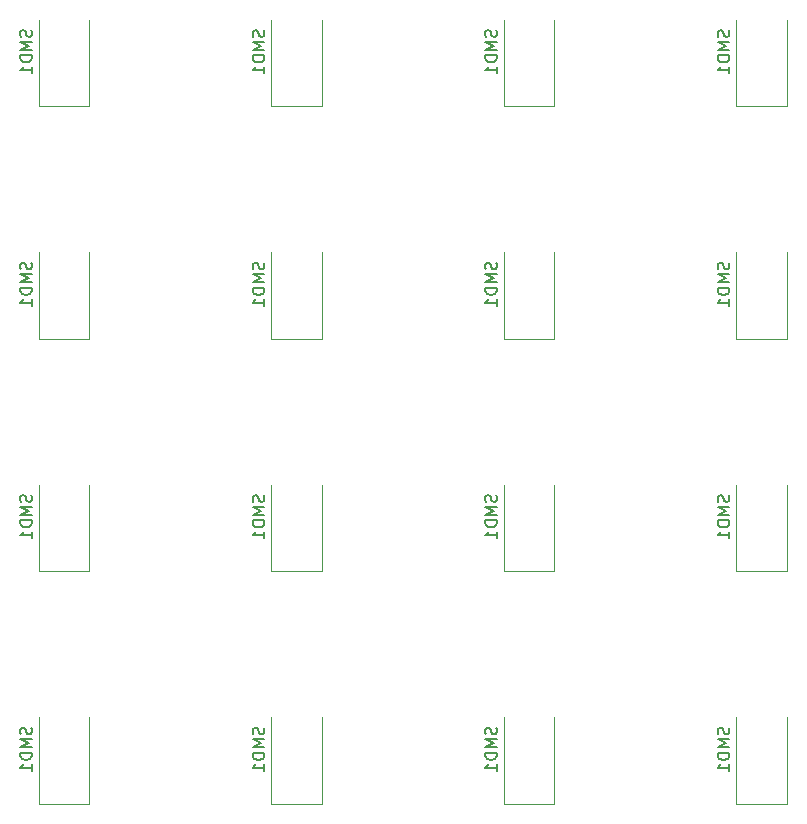
<source format=gbr>
%TF.GenerationSoftware,KiCad,Pcbnew,5.99.0-unknown-0ab82ef66~91~ubuntu20.04.1*%
%TF.CreationDate,2020-10-15T20:07:39+02:00*%
%TF.ProjectId,KeyPad-LED,4b657950-6164-42d4-9c45-442e6b696361,rev?*%
%TF.SameCoordinates,Original*%
%TF.FileFunction,Legend,Bot*%
%TF.FilePolarity,Positive*%
%FSLAX46Y46*%
G04 Gerber Fmt 4.6, Leading zero omitted, Abs format (unit mm)*
G04 Created by KiCad (PCBNEW 5.99.0-unknown-0ab82ef66~91~ubuntu20.04.1) date 2020-10-15 20:07:39*
%MOMM*%
%LPD*%
G01*
G04 APERTURE LIST*
%ADD10C,0.150000*%
%ADD11C,0.120000*%
G04 APERTURE END LIST*
D10*
%TO.C,SMD1*%
X138199761Y-81351666D02*
X138247380Y-81494523D01*
X138247380Y-81732619D01*
X138199761Y-81827857D01*
X138152142Y-81875476D01*
X138056904Y-81923095D01*
X137961666Y-81923095D01*
X137866428Y-81875476D01*
X137818809Y-81827857D01*
X137771190Y-81732619D01*
X137723571Y-81542142D01*
X137675952Y-81446904D01*
X137628333Y-81399285D01*
X137533095Y-81351666D01*
X137437857Y-81351666D01*
X137342619Y-81399285D01*
X137295000Y-81446904D01*
X137247380Y-81542142D01*
X137247380Y-81780238D01*
X137295000Y-81923095D01*
X138247380Y-82351666D02*
X137247380Y-82351666D01*
X137961666Y-82685000D01*
X137247380Y-83018333D01*
X138247380Y-83018333D01*
X138247380Y-83494523D02*
X137247380Y-83494523D01*
X137247380Y-83732619D01*
X137295000Y-83875476D01*
X137390238Y-83970714D01*
X137485476Y-84018333D01*
X137675952Y-84065952D01*
X137818809Y-84065952D01*
X138009285Y-84018333D01*
X138104523Y-83970714D01*
X138199761Y-83875476D01*
X138247380Y-83732619D01*
X138247380Y-83494523D01*
X138247380Y-85018333D02*
X138247380Y-84446904D01*
X138247380Y-84732619D02*
X137247380Y-84732619D01*
X137390238Y-84637380D01*
X137485476Y-84542142D01*
X137533095Y-84446904D01*
X177569761Y-101036666D02*
X177617380Y-101179523D01*
X177617380Y-101417619D01*
X177569761Y-101512857D01*
X177522142Y-101560476D01*
X177426904Y-101608095D01*
X177331666Y-101608095D01*
X177236428Y-101560476D01*
X177188809Y-101512857D01*
X177141190Y-101417619D01*
X177093571Y-101227142D01*
X177045952Y-101131904D01*
X176998333Y-101084285D01*
X176903095Y-101036666D01*
X176807857Y-101036666D01*
X176712619Y-101084285D01*
X176665000Y-101131904D01*
X176617380Y-101227142D01*
X176617380Y-101465238D01*
X176665000Y-101608095D01*
X177617380Y-102036666D02*
X176617380Y-102036666D01*
X177331666Y-102370000D01*
X176617380Y-102703333D01*
X177617380Y-102703333D01*
X177617380Y-103179523D02*
X176617380Y-103179523D01*
X176617380Y-103417619D01*
X176665000Y-103560476D01*
X176760238Y-103655714D01*
X176855476Y-103703333D01*
X177045952Y-103750952D01*
X177188809Y-103750952D01*
X177379285Y-103703333D01*
X177474523Y-103655714D01*
X177569761Y-103560476D01*
X177617380Y-103417619D01*
X177617380Y-103179523D01*
X177617380Y-104703333D02*
X177617380Y-104131904D01*
X177617380Y-104417619D02*
X176617380Y-104417619D01*
X176760238Y-104322380D01*
X176855476Y-104227142D01*
X176903095Y-104131904D01*
X138199761Y-61666666D02*
X138247380Y-61809523D01*
X138247380Y-62047619D01*
X138199761Y-62142857D01*
X138152142Y-62190476D01*
X138056904Y-62238095D01*
X137961666Y-62238095D01*
X137866428Y-62190476D01*
X137818809Y-62142857D01*
X137771190Y-62047619D01*
X137723571Y-61857142D01*
X137675952Y-61761904D01*
X137628333Y-61714285D01*
X137533095Y-61666666D01*
X137437857Y-61666666D01*
X137342619Y-61714285D01*
X137295000Y-61761904D01*
X137247380Y-61857142D01*
X137247380Y-62095238D01*
X137295000Y-62238095D01*
X138247380Y-62666666D02*
X137247380Y-62666666D01*
X137961666Y-63000000D01*
X137247380Y-63333333D01*
X138247380Y-63333333D01*
X138247380Y-63809523D02*
X137247380Y-63809523D01*
X137247380Y-64047619D01*
X137295000Y-64190476D01*
X137390238Y-64285714D01*
X137485476Y-64333333D01*
X137675952Y-64380952D01*
X137818809Y-64380952D01*
X138009285Y-64333333D01*
X138104523Y-64285714D01*
X138199761Y-64190476D01*
X138247380Y-64047619D01*
X138247380Y-63809523D01*
X138247380Y-65333333D02*
X138247380Y-64761904D01*
X138247380Y-65047619D02*
X137247380Y-65047619D01*
X137390238Y-64952380D01*
X137485476Y-64857142D01*
X137533095Y-64761904D01*
X157884761Y-81351666D02*
X157932380Y-81494523D01*
X157932380Y-81732619D01*
X157884761Y-81827857D01*
X157837142Y-81875476D01*
X157741904Y-81923095D01*
X157646666Y-81923095D01*
X157551428Y-81875476D01*
X157503809Y-81827857D01*
X157456190Y-81732619D01*
X157408571Y-81542142D01*
X157360952Y-81446904D01*
X157313333Y-81399285D01*
X157218095Y-81351666D01*
X157122857Y-81351666D01*
X157027619Y-81399285D01*
X156980000Y-81446904D01*
X156932380Y-81542142D01*
X156932380Y-81780238D01*
X156980000Y-81923095D01*
X157932380Y-82351666D02*
X156932380Y-82351666D01*
X157646666Y-82685000D01*
X156932380Y-83018333D01*
X157932380Y-83018333D01*
X157932380Y-83494523D02*
X156932380Y-83494523D01*
X156932380Y-83732619D01*
X156980000Y-83875476D01*
X157075238Y-83970714D01*
X157170476Y-84018333D01*
X157360952Y-84065952D01*
X157503809Y-84065952D01*
X157694285Y-84018333D01*
X157789523Y-83970714D01*
X157884761Y-83875476D01*
X157932380Y-83732619D01*
X157932380Y-83494523D01*
X157932380Y-85018333D02*
X157932380Y-84446904D01*
X157932380Y-84732619D02*
X156932380Y-84732619D01*
X157075238Y-84637380D01*
X157170476Y-84542142D01*
X157218095Y-84446904D01*
X177569761Y-81351666D02*
X177617380Y-81494523D01*
X177617380Y-81732619D01*
X177569761Y-81827857D01*
X177522142Y-81875476D01*
X177426904Y-81923095D01*
X177331666Y-81923095D01*
X177236428Y-81875476D01*
X177188809Y-81827857D01*
X177141190Y-81732619D01*
X177093571Y-81542142D01*
X177045952Y-81446904D01*
X176998333Y-81399285D01*
X176903095Y-81351666D01*
X176807857Y-81351666D01*
X176712619Y-81399285D01*
X176665000Y-81446904D01*
X176617380Y-81542142D01*
X176617380Y-81780238D01*
X176665000Y-81923095D01*
X177617380Y-82351666D02*
X176617380Y-82351666D01*
X177331666Y-82685000D01*
X176617380Y-83018333D01*
X177617380Y-83018333D01*
X177617380Y-83494523D02*
X176617380Y-83494523D01*
X176617380Y-83732619D01*
X176665000Y-83875476D01*
X176760238Y-83970714D01*
X176855476Y-84018333D01*
X177045952Y-84065952D01*
X177188809Y-84065952D01*
X177379285Y-84018333D01*
X177474523Y-83970714D01*
X177569761Y-83875476D01*
X177617380Y-83732619D01*
X177617380Y-83494523D01*
X177617380Y-85018333D02*
X177617380Y-84446904D01*
X177617380Y-84732619D02*
X176617380Y-84732619D01*
X176760238Y-84637380D01*
X176855476Y-84542142D01*
X176903095Y-84446904D01*
X177569761Y-120721666D02*
X177617380Y-120864523D01*
X177617380Y-121102619D01*
X177569761Y-121197857D01*
X177522142Y-121245476D01*
X177426904Y-121293095D01*
X177331666Y-121293095D01*
X177236428Y-121245476D01*
X177188809Y-121197857D01*
X177141190Y-121102619D01*
X177093571Y-120912142D01*
X177045952Y-120816904D01*
X176998333Y-120769285D01*
X176903095Y-120721666D01*
X176807857Y-120721666D01*
X176712619Y-120769285D01*
X176665000Y-120816904D01*
X176617380Y-120912142D01*
X176617380Y-121150238D01*
X176665000Y-121293095D01*
X177617380Y-121721666D02*
X176617380Y-121721666D01*
X177331666Y-122055000D01*
X176617380Y-122388333D01*
X177617380Y-122388333D01*
X177617380Y-122864523D02*
X176617380Y-122864523D01*
X176617380Y-123102619D01*
X176665000Y-123245476D01*
X176760238Y-123340714D01*
X176855476Y-123388333D01*
X177045952Y-123435952D01*
X177188809Y-123435952D01*
X177379285Y-123388333D01*
X177474523Y-123340714D01*
X177569761Y-123245476D01*
X177617380Y-123102619D01*
X177617380Y-122864523D01*
X177617380Y-124388333D02*
X177617380Y-123816904D01*
X177617380Y-124102619D02*
X176617380Y-124102619D01*
X176760238Y-124007380D01*
X176855476Y-123912142D01*
X176903095Y-123816904D01*
X197254761Y-101036666D02*
X197302380Y-101179523D01*
X197302380Y-101417619D01*
X197254761Y-101512857D01*
X197207142Y-101560476D01*
X197111904Y-101608095D01*
X197016666Y-101608095D01*
X196921428Y-101560476D01*
X196873809Y-101512857D01*
X196826190Y-101417619D01*
X196778571Y-101227142D01*
X196730952Y-101131904D01*
X196683333Y-101084285D01*
X196588095Y-101036666D01*
X196492857Y-101036666D01*
X196397619Y-101084285D01*
X196350000Y-101131904D01*
X196302380Y-101227142D01*
X196302380Y-101465238D01*
X196350000Y-101608095D01*
X197302380Y-102036666D02*
X196302380Y-102036666D01*
X197016666Y-102370000D01*
X196302380Y-102703333D01*
X197302380Y-102703333D01*
X197302380Y-103179523D02*
X196302380Y-103179523D01*
X196302380Y-103417619D01*
X196350000Y-103560476D01*
X196445238Y-103655714D01*
X196540476Y-103703333D01*
X196730952Y-103750952D01*
X196873809Y-103750952D01*
X197064285Y-103703333D01*
X197159523Y-103655714D01*
X197254761Y-103560476D01*
X197302380Y-103417619D01*
X197302380Y-103179523D01*
X197302380Y-104703333D02*
X197302380Y-104131904D01*
X197302380Y-104417619D02*
X196302380Y-104417619D01*
X196445238Y-104322380D01*
X196540476Y-104227142D01*
X196588095Y-104131904D01*
X157884761Y-120721666D02*
X157932380Y-120864523D01*
X157932380Y-121102619D01*
X157884761Y-121197857D01*
X157837142Y-121245476D01*
X157741904Y-121293095D01*
X157646666Y-121293095D01*
X157551428Y-121245476D01*
X157503809Y-121197857D01*
X157456190Y-121102619D01*
X157408571Y-120912142D01*
X157360952Y-120816904D01*
X157313333Y-120769285D01*
X157218095Y-120721666D01*
X157122857Y-120721666D01*
X157027619Y-120769285D01*
X156980000Y-120816904D01*
X156932380Y-120912142D01*
X156932380Y-121150238D01*
X156980000Y-121293095D01*
X157932380Y-121721666D02*
X156932380Y-121721666D01*
X157646666Y-122055000D01*
X156932380Y-122388333D01*
X157932380Y-122388333D01*
X157932380Y-122864523D02*
X156932380Y-122864523D01*
X156932380Y-123102619D01*
X156980000Y-123245476D01*
X157075238Y-123340714D01*
X157170476Y-123388333D01*
X157360952Y-123435952D01*
X157503809Y-123435952D01*
X157694285Y-123388333D01*
X157789523Y-123340714D01*
X157884761Y-123245476D01*
X157932380Y-123102619D01*
X157932380Y-122864523D01*
X157932380Y-124388333D02*
X157932380Y-123816904D01*
X157932380Y-124102619D02*
X156932380Y-124102619D01*
X157075238Y-124007380D01*
X157170476Y-123912142D01*
X157218095Y-123816904D01*
X197254761Y-61666666D02*
X197302380Y-61809523D01*
X197302380Y-62047619D01*
X197254761Y-62142857D01*
X197207142Y-62190476D01*
X197111904Y-62238095D01*
X197016666Y-62238095D01*
X196921428Y-62190476D01*
X196873809Y-62142857D01*
X196826190Y-62047619D01*
X196778571Y-61857142D01*
X196730952Y-61761904D01*
X196683333Y-61714285D01*
X196588095Y-61666666D01*
X196492857Y-61666666D01*
X196397619Y-61714285D01*
X196350000Y-61761904D01*
X196302380Y-61857142D01*
X196302380Y-62095238D01*
X196350000Y-62238095D01*
X197302380Y-62666666D02*
X196302380Y-62666666D01*
X197016666Y-63000000D01*
X196302380Y-63333333D01*
X197302380Y-63333333D01*
X197302380Y-63809523D02*
X196302380Y-63809523D01*
X196302380Y-64047619D01*
X196350000Y-64190476D01*
X196445238Y-64285714D01*
X196540476Y-64333333D01*
X196730952Y-64380952D01*
X196873809Y-64380952D01*
X197064285Y-64333333D01*
X197159523Y-64285714D01*
X197254761Y-64190476D01*
X197302380Y-64047619D01*
X197302380Y-63809523D01*
X197302380Y-65333333D02*
X197302380Y-64761904D01*
X197302380Y-65047619D02*
X196302380Y-65047619D01*
X196445238Y-64952380D01*
X196540476Y-64857142D01*
X196588095Y-64761904D01*
X177569761Y-61666666D02*
X177617380Y-61809523D01*
X177617380Y-62047619D01*
X177569761Y-62142857D01*
X177522142Y-62190476D01*
X177426904Y-62238095D01*
X177331666Y-62238095D01*
X177236428Y-62190476D01*
X177188809Y-62142857D01*
X177141190Y-62047619D01*
X177093571Y-61857142D01*
X177045952Y-61761904D01*
X176998333Y-61714285D01*
X176903095Y-61666666D01*
X176807857Y-61666666D01*
X176712619Y-61714285D01*
X176665000Y-61761904D01*
X176617380Y-61857142D01*
X176617380Y-62095238D01*
X176665000Y-62238095D01*
X177617380Y-62666666D02*
X176617380Y-62666666D01*
X177331666Y-63000000D01*
X176617380Y-63333333D01*
X177617380Y-63333333D01*
X177617380Y-63809523D02*
X176617380Y-63809523D01*
X176617380Y-64047619D01*
X176665000Y-64190476D01*
X176760238Y-64285714D01*
X176855476Y-64333333D01*
X177045952Y-64380952D01*
X177188809Y-64380952D01*
X177379285Y-64333333D01*
X177474523Y-64285714D01*
X177569761Y-64190476D01*
X177617380Y-64047619D01*
X177617380Y-63809523D01*
X177617380Y-65333333D02*
X177617380Y-64761904D01*
X177617380Y-65047619D02*
X176617380Y-65047619D01*
X176760238Y-64952380D01*
X176855476Y-64857142D01*
X176903095Y-64761904D01*
X138199761Y-120721666D02*
X138247380Y-120864523D01*
X138247380Y-121102619D01*
X138199761Y-121197857D01*
X138152142Y-121245476D01*
X138056904Y-121293095D01*
X137961666Y-121293095D01*
X137866428Y-121245476D01*
X137818809Y-121197857D01*
X137771190Y-121102619D01*
X137723571Y-120912142D01*
X137675952Y-120816904D01*
X137628333Y-120769285D01*
X137533095Y-120721666D01*
X137437857Y-120721666D01*
X137342619Y-120769285D01*
X137295000Y-120816904D01*
X137247380Y-120912142D01*
X137247380Y-121150238D01*
X137295000Y-121293095D01*
X138247380Y-121721666D02*
X137247380Y-121721666D01*
X137961666Y-122055000D01*
X137247380Y-122388333D01*
X138247380Y-122388333D01*
X138247380Y-122864523D02*
X137247380Y-122864523D01*
X137247380Y-123102619D01*
X137295000Y-123245476D01*
X137390238Y-123340714D01*
X137485476Y-123388333D01*
X137675952Y-123435952D01*
X137818809Y-123435952D01*
X138009285Y-123388333D01*
X138104523Y-123340714D01*
X138199761Y-123245476D01*
X138247380Y-123102619D01*
X138247380Y-122864523D01*
X138247380Y-124388333D02*
X138247380Y-123816904D01*
X138247380Y-124102619D02*
X137247380Y-124102619D01*
X137390238Y-124007380D01*
X137485476Y-123912142D01*
X137533095Y-123816904D01*
X197254761Y-120721666D02*
X197302380Y-120864523D01*
X197302380Y-121102619D01*
X197254761Y-121197857D01*
X197207142Y-121245476D01*
X197111904Y-121293095D01*
X197016666Y-121293095D01*
X196921428Y-121245476D01*
X196873809Y-121197857D01*
X196826190Y-121102619D01*
X196778571Y-120912142D01*
X196730952Y-120816904D01*
X196683333Y-120769285D01*
X196588095Y-120721666D01*
X196492857Y-120721666D01*
X196397619Y-120769285D01*
X196350000Y-120816904D01*
X196302380Y-120912142D01*
X196302380Y-121150238D01*
X196350000Y-121293095D01*
X197302380Y-121721666D02*
X196302380Y-121721666D01*
X197016666Y-122055000D01*
X196302380Y-122388333D01*
X197302380Y-122388333D01*
X197302380Y-122864523D02*
X196302380Y-122864523D01*
X196302380Y-123102619D01*
X196350000Y-123245476D01*
X196445238Y-123340714D01*
X196540476Y-123388333D01*
X196730952Y-123435952D01*
X196873809Y-123435952D01*
X197064285Y-123388333D01*
X197159523Y-123340714D01*
X197254761Y-123245476D01*
X197302380Y-123102619D01*
X197302380Y-122864523D01*
X197302380Y-124388333D02*
X197302380Y-123816904D01*
X197302380Y-124102619D02*
X196302380Y-124102619D01*
X196445238Y-124007380D01*
X196540476Y-123912142D01*
X196588095Y-123816904D01*
X138199761Y-101036666D02*
X138247380Y-101179523D01*
X138247380Y-101417619D01*
X138199761Y-101512857D01*
X138152142Y-101560476D01*
X138056904Y-101608095D01*
X137961666Y-101608095D01*
X137866428Y-101560476D01*
X137818809Y-101512857D01*
X137771190Y-101417619D01*
X137723571Y-101227142D01*
X137675952Y-101131904D01*
X137628333Y-101084285D01*
X137533095Y-101036666D01*
X137437857Y-101036666D01*
X137342619Y-101084285D01*
X137295000Y-101131904D01*
X137247380Y-101227142D01*
X137247380Y-101465238D01*
X137295000Y-101608095D01*
X138247380Y-102036666D02*
X137247380Y-102036666D01*
X137961666Y-102370000D01*
X137247380Y-102703333D01*
X138247380Y-102703333D01*
X138247380Y-103179523D02*
X137247380Y-103179523D01*
X137247380Y-103417619D01*
X137295000Y-103560476D01*
X137390238Y-103655714D01*
X137485476Y-103703333D01*
X137675952Y-103750952D01*
X137818809Y-103750952D01*
X138009285Y-103703333D01*
X138104523Y-103655714D01*
X138199761Y-103560476D01*
X138247380Y-103417619D01*
X138247380Y-103179523D01*
X138247380Y-104703333D02*
X138247380Y-104131904D01*
X138247380Y-104417619D02*
X137247380Y-104417619D01*
X137390238Y-104322380D01*
X137485476Y-104227142D01*
X137533095Y-104131904D01*
X157884761Y-61666666D02*
X157932380Y-61809523D01*
X157932380Y-62047619D01*
X157884761Y-62142857D01*
X157837142Y-62190476D01*
X157741904Y-62238095D01*
X157646666Y-62238095D01*
X157551428Y-62190476D01*
X157503809Y-62142857D01*
X157456190Y-62047619D01*
X157408571Y-61857142D01*
X157360952Y-61761904D01*
X157313333Y-61714285D01*
X157218095Y-61666666D01*
X157122857Y-61666666D01*
X157027619Y-61714285D01*
X156980000Y-61761904D01*
X156932380Y-61857142D01*
X156932380Y-62095238D01*
X156980000Y-62238095D01*
X157932380Y-62666666D02*
X156932380Y-62666666D01*
X157646666Y-63000000D01*
X156932380Y-63333333D01*
X157932380Y-63333333D01*
X157932380Y-63809523D02*
X156932380Y-63809523D01*
X156932380Y-64047619D01*
X156980000Y-64190476D01*
X157075238Y-64285714D01*
X157170476Y-64333333D01*
X157360952Y-64380952D01*
X157503809Y-64380952D01*
X157694285Y-64333333D01*
X157789523Y-64285714D01*
X157884761Y-64190476D01*
X157932380Y-64047619D01*
X157932380Y-63809523D01*
X157932380Y-65333333D02*
X157932380Y-64761904D01*
X157932380Y-65047619D02*
X156932380Y-65047619D01*
X157075238Y-64952380D01*
X157170476Y-64857142D01*
X157218095Y-64761904D01*
X157884761Y-101036666D02*
X157932380Y-101179523D01*
X157932380Y-101417619D01*
X157884761Y-101512857D01*
X157837142Y-101560476D01*
X157741904Y-101608095D01*
X157646666Y-101608095D01*
X157551428Y-101560476D01*
X157503809Y-101512857D01*
X157456190Y-101417619D01*
X157408571Y-101227142D01*
X157360952Y-101131904D01*
X157313333Y-101084285D01*
X157218095Y-101036666D01*
X157122857Y-101036666D01*
X157027619Y-101084285D01*
X156980000Y-101131904D01*
X156932380Y-101227142D01*
X156932380Y-101465238D01*
X156980000Y-101608095D01*
X157932380Y-102036666D02*
X156932380Y-102036666D01*
X157646666Y-102370000D01*
X156932380Y-102703333D01*
X157932380Y-102703333D01*
X157932380Y-103179523D02*
X156932380Y-103179523D01*
X156932380Y-103417619D01*
X156980000Y-103560476D01*
X157075238Y-103655714D01*
X157170476Y-103703333D01*
X157360952Y-103750952D01*
X157503809Y-103750952D01*
X157694285Y-103703333D01*
X157789523Y-103655714D01*
X157884761Y-103560476D01*
X157932380Y-103417619D01*
X157932380Y-103179523D01*
X157932380Y-104703333D02*
X157932380Y-104131904D01*
X157932380Y-104417619D02*
X156932380Y-104417619D01*
X157075238Y-104322380D01*
X157170476Y-104227142D01*
X157218095Y-104131904D01*
X197254761Y-81351666D02*
X197302380Y-81494523D01*
X197302380Y-81732619D01*
X197254761Y-81827857D01*
X197207142Y-81875476D01*
X197111904Y-81923095D01*
X197016666Y-81923095D01*
X196921428Y-81875476D01*
X196873809Y-81827857D01*
X196826190Y-81732619D01*
X196778571Y-81542142D01*
X196730952Y-81446904D01*
X196683333Y-81399285D01*
X196588095Y-81351666D01*
X196492857Y-81351666D01*
X196397619Y-81399285D01*
X196350000Y-81446904D01*
X196302380Y-81542142D01*
X196302380Y-81780238D01*
X196350000Y-81923095D01*
X197302380Y-82351666D02*
X196302380Y-82351666D01*
X197016666Y-82685000D01*
X196302380Y-83018333D01*
X197302380Y-83018333D01*
X197302380Y-83494523D02*
X196302380Y-83494523D01*
X196302380Y-83732619D01*
X196350000Y-83875476D01*
X196445238Y-83970714D01*
X196540476Y-84018333D01*
X196730952Y-84065952D01*
X196873809Y-84065952D01*
X197064285Y-84018333D01*
X197159523Y-83970714D01*
X197254761Y-83875476D01*
X197302380Y-83732619D01*
X197302380Y-83494523D01*
X197302380Y-85018333D02*
X197302380Y-84446904D01*
X197302380Y-84732619D02*
X196302380Y-84732619D01*
X196445238Y-84637380D01*
X196540476Y-84542142D01*
X196588095Y-84446904D01*
D11*
X143120000Y-87785000D02*
X143120000Y-80485000D01*
X138820000Y-87785000D02*
X138820000Y-80485000D01*
X143120000Y-87785000D02*
X138820000Y-87785000D01*
X182490000Y-107470000D02*
X182490000Y-100170000D01*
X178190000Y-107470000D02*
X178190000Y-100170000D01*
X182490000Y-107470000D02*
X178190000Y-107470000D01*
X143120000Y-68100000D02*
X143120000Y-60800000D01*
X138820000Y-68100000D02*
X138820000Y-60800000D01*
X143120000Y-68100000D02*
X138820000Y-68100000D01*
X162805000Y-87785000D02*
X162805000Y-80485000D01*
X158505000Y-87785000D02*
X158505000Y-80485000D01*
X162805000Y-87785000D02*
X158505000Y-87785000D01*
X182490000Y-87785000D02*
X182490000Y-80485000D01*
X178190000Y-87785000D02*
X178190000Y-80485000D01*
X182490000Y-87785000D02*
X178190000Y-87785000D01*
X182490000Y-127155000D02*
X182490000Y-119855000D01*
X178190000Y-127155000D02*
X178190000Y-119855000D01*
X182490000Y-127155000D02*
X178190000Y-127155000D01*
X202175000Y-107470000D02*
X202175000Y-100170000D01*
X197875000Y-107470000D02*
X197875000Y-100170000D01*
X202175000Y-107470000D02*
X197875000Y-107470000D01*
X162805000Y-127155000D02*
X162805000Y-119855000D01*
X158505000Y-127155000D02*
X158505000Y-119855000D01*
X162805000Y-127155000D02*
X158505000Y-127155000D01*
X202175000Y-68100000D02*
X202175000Y-60800000D01*
X197875000Y-68100000D02*
X197875000Y-60800000D01*
X202175000Y-68100000D02*
X197875000Y-68100000D01*
X182490000Y-68100000D02*
X182490000Y-60800000D01*
X178190000Y-68100000D02*
X178190000Y-60800000D01*
X182490000Y-68100000D02*
X178190000Y-68100000D01*
X143120000Y-127155000D02*
X143120000Y-119855000D01*
X138820000Y-127155000D02*
X138820000Y-119855000D01*
X143120000Y-127155000D02*
X138820000Y-127155000D01*
X202175000Y-127155000D02*
X202175000Y-119855000D01*
X197875000Y-127155000D02*
X197875000Y-119855000D01*
X202175000Y-127155000D02*
X197875000Y-127155000D01*
X143120000Y-107470000D02*
X143120000Y-100170000D01*
X138820000Y-107470000D02*
X138820000Y-100170000D01*
X143120000Y-107470000D02*
X138820000Y-107470000D01*
X162805000Y-68100000D02*
X162805000Y-60800000D01*
X158505000Y-68100000D02*
X158505000Y-60800000D01*
X162805000Y-68100000D02*
X158505000Y-68100000D01*
X162805000Y-107470000D02*
X162805000Y-100170000D01*
X158505000Y-107470000D02*
X158505000Y-100170000D01*
X162805000Y-107470000D02*
X158505000Y-107470000D01*
X202175000Y-87785000D02*
X202175000Y-80485000D01*
X197875000Y-87785000D02*
X197875000Y-80485000D01*
X202175000Y-87785000D02*
X197875000Y-87785000D01*
%TD*%
M02*

</source>
